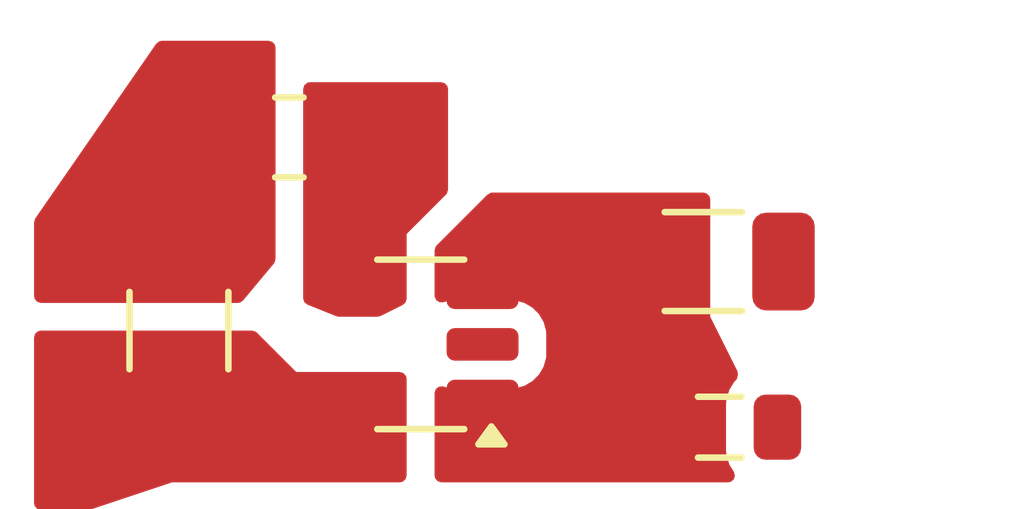
<source format=kicad_pcb>
(kicad_pcb (version 20241229) (generator "pcbnew") (generator_version "9.0")
  (layers (0 "F.Cu" signal) (2 "B.Cu" power) (13 "F.Paste" user) (15 "B.Paste" user) (5 "F.SilkS" user "F.Silkscreen") (7 "B.SilkS" user "B.Silkscreen") (1 "F.Mask" user) (3 "B.Mask" user) (25 "Edge.Cuts" user))
  (net 0 "")
  (net 1 "GND")
  (net 2 "/LDO_FB")
  (net 3 "/LDO_IN")
  (net 4 "PSU_3V3")
  (net 5 "PSU_IN")
  (footprint "psu-spx3819_footprints:SOT-23-5" (layer "F.Cu") (at 154.5645 102.108 180)
    (property "Reference" "U3" (hide yes))
    (property "Value" "SPX3819M5-L-3-3")
    (fp_line (start 0 1.56) (end 0.8 1.56) (stroke (width 0.12)) (layer "F.SilkS"))
    (fp_line (start 0 1.56) (end -0.8 1.56) (stroke (width 0.12)) (layer "F.SilkS"))
    (fp_line (start 0 -1.56) (end 0.8 -1.56) (stroke (width 0.12)) (layer "F.SilkS"))
    (fp_line (start 0 -1.56) (end -0.8 -1.56) (stroke (width 0.12)) (layer "F.SilkS"))
    (fp_poly (pts (xy -1.3 -1.51) (xy -1.54 -1.84) (xy -1.06 -1.84)) (stroke (width 0.12)) (fill yes) (layer "F.SilkS"))
    (pad "1" smd roundrect (at -1.1375 -0.95 180) (size 1.325 0.6) (layers "F.Cu" "F.Mask" "F.Paste") (net 3 "/LDO_IN"))
    (pad "2" smd roundrect (at -1.1375 0 180) (size 1.325 0.6) (layers "F.Cu" "F.Mask" "F.Paste") (net 1 "GND"))
    (pad "3" smd roundrect (at -1.1375 0.95 180) (size 1.325 0.6) (layers "F.Cu" "F.Mask" "F.Paste") (net 3 "/LDO_IN"))
    (pad "4" smd roundrect (at 1.1375 0.95 180) (size 1.325 0.6) (layers "F.Cu" "F.Mask" "F.Paste") (net 2 "/LDO_FB"))
    (pad "5" smd roundrect (at 1.1375 -0.95 180) (size 1.325 0.6) (layers "F.Cu" "F.Mask" "F.Paste") (net 4 "PSU_3V3"))
  )
  (footprint "psu-spx3819_footprints:C_1206_3216Metric" (layer "F.Cu") (at 159.766 100.584)
    (property "Reference" "C4" (hide yes))
    (property "Value" "10uF")
    (fp_line (start -0.711252 -0.91) (end 0.711252 -0.91) (stroke (width 0.12)) (layer "F.SilkS"))
    (fp_line (start -0.711252 0.91) (end 0.711252 0.91) (stroke (width 0.12)) (layer "F.SilkS"))
    (pad "1" smd roundrect (at -1.475 0) (size 1.15 1.8) (layers "F.Cu" "F.Mask" "F.Paste") (roundrect_rratio 0.217391) (net 3 "/LDO_IN"))
    (pad "2" smd roundrect (at 1.475 0) (size 1.15 1.8) (layers "F.Cu" "F.Mask" "F.Paste") (roundrect_rratio 0.217391) (net 1 "GND"))
  )
  (footprint "psu-spx3819_footprints:L_0805_2012Metric" (layer "F.Cu") (at 160.0665 103.632 180)
    (property "Reference" "FB1" (hide yes))
    (property "Value" "600R@100MHz")
    (fp_line (start -0.399622 0.56) (end 0.399622 0.56) (stroke (width 0.12)) (layer "F.SilkS"))
    (fp_line (start -0.399622 -0.56) (end 0.399622 -0.56) (stroke (width 0.12)) (layer "F.SilkS"))
    (pad "1" smd roundrect (at -1.0625 0 180) (size 0.875 1.2) (layers "F.Cu" "F.Mask" "F.Paste") (net 5 "PSU_IN"))
    (pad "2" smd roundrect (at 1.0625 0 180) (size 0.875 1.2) (layers "F.Cu" "F.Mask" "F.Paste") (net 3 "/LDO_IN"))
  )
  (footprint "psu-spx3819_footprints:C_1206_3216Metric" (layer "F.Cu") (at 150.114 101.854 90)
    (property "Reference" "C5" (hide yes))
    (property "Value" "10uF")
    (fp_line (start -0.711252 -0.91) (end 0.711252 -0.91) (stroke (width 0.12)) (layer "F.SilkS"))
    (fp_line (start -0.711252 0.91) (end 0.711252 0.91) (stroke (width 0.12)) (layer "F.SilkS"))
    (pad "1" smd roundrect (at -1.475 0 90) (size 1.15 1.8) (layers "F.Cu" "F.Mask" "F.Paste") (roundrect_rratio 0.217391) (net 4 "PSU_3V3"))
    (pad "2" smd roundrect (at 1.475 0 90) (size 1.15 1.8) (layers "F.Cu" "F.Mask" "F.Paste") (roundrect_rratio 0.217391) (net 1 "GND"))
  )
  (footprint "psu-spx3819_footprints:C_0805_2012Metric" (layer "F.Cu") (at 152.146 98.298 180)
    (property "Reference" "C6" (hide yes))
    (property "Value" "10nF")
    (fp_line (start -0.261252 0.735) (end 0.261252 0.735) (stroke (width 0.12)) (layer "F.SilkS"))
    (fp_line (start -0.261252 -0.735) (end 0.261252 -0.735) (stroke (width 0.12)) (layer "F.SilkS"))
    (pad "1" smd roundrect (at -0.95 0 180) (size 1 1.45) (layers "F.Cu" "F.Mask" "F.Paste") (net 2 "/LDO_FB"))
    (pad "2" smd roundrect (at 0.95 0 180) (size 1 1.45) (layers "F.Cu" "F.Mask" "F.Paste") (net 1 "GND"))
  )
  (zone (net 1) (net_name "GND") (layer "F.Cu") (priority 1) (connect_pads yes (clearance 0.508)) (min_thickness 0.254) (fill yes (thermal_gap 0.508) (thermal_bridge_width 0.508))
    (polygon (pts (xy 147.447 99.822) (xy 149.733 96.52) (xy 151.892 96.52) (xy 151.892 100.584) (xy 151.257 101.346) (xy 147.447 101.346)))
  )
  (zone (net 3) (net_name "/LDO_IN") (layer "F.Cu") (priority 1) (connect_pads yes (clearance 0.508)) (min_thickness 0.254) (fill yes (thermal_gap 0.508) (thermal_bridge_width 0.508))
    (polygon (pts (xy 154.813 100.33) (xy 155.829 99.314) (xy 159.893 99.314) (xy 159.893 101.6) (xy 160.401 102.616) (xy 160.401 104.648) (xy 154.813 104.648)))
  )
  (zone (net 2) (net_name "/LDO_FB") (layer "F.Cu") (priority 1) (connect_pads yes (clearance 0.508)) (min_thickness 0.254) (fill yes (thermal_gap 0.508) (thermal_bridge_width 0.508))
    (polygon (pts (xy 152.4 101.346) (xy 152.4 97.282) (xy 154.305 97.282) (xy 155.067 97.282) (xy 155.067 99.314) (xy 154.305 100.076) (xy 154.305 101.346) (xy 153.797 101.6) (xy 153.035 101.6)))
  )
  (zone (net 4) (net_name "PSU_3V3") (layer "F.Cu") (priority 1) (connect_pads yes (clearance 0.508)) (min_thickness 0.254) (fill yes (thermal_gap 0.508) (thermal_bridge_width 0.508))
    (polygon (pts (xy 147.447 101.854) (xy 151.511 101.854) (xy 152.273 102.616) (xy 154.305 102.616) (xy 154.305 104.648) (xy 149.987 104.648) (xy 148.463 105.156) (xy 147.447 105.156)))
  )
)
</source>
